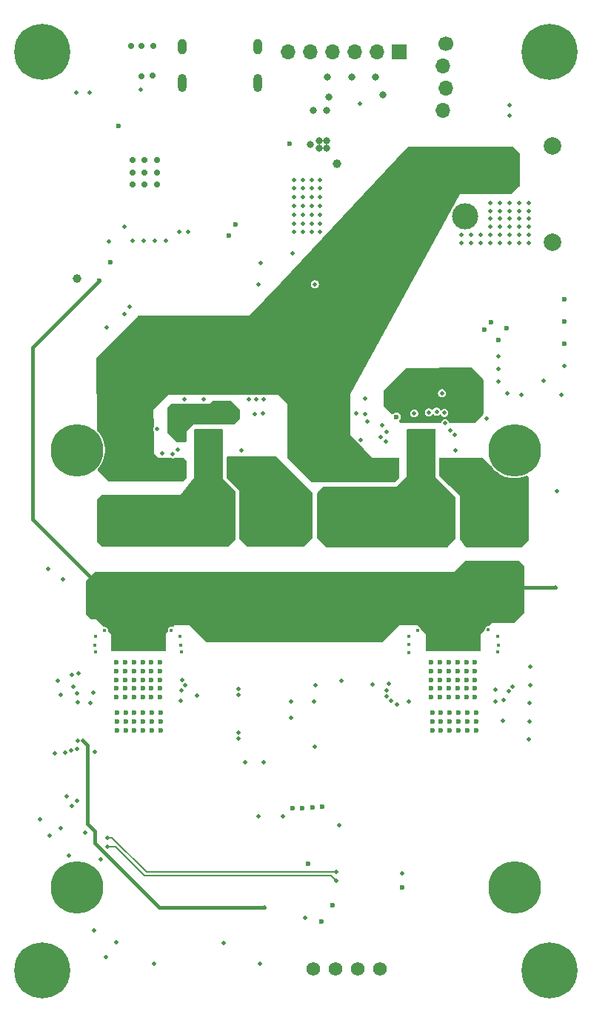
<source format=gbr>
%TF.GenerationSoftware,KiCad,Pcbnew,9.0.0*%
%TF.CreationDate,2025-03-16T23:20:56-04:00*%
%TF.ProjectId,BitaxeGT,42697461-7865-4475-942e-6b696361645f,v800*%
%TF.SameCoordinates,Original*%
%TF.FileFunction,Copper,L3,Inr*%
%TF.FilePolarity,Positive*%
%FSLAX46Y46*%
G04 Gerber Fmt 4.6, Leading zero omitted, Abs format (unit mm)*
G04 Created by KiCad (PCBNEW 9.0.0) date 2025-03-16 23:20:56*
%MOMM*%
%LPD*%
G01*
G04 APERTURE LIST*
%TA.AperFunction,ComponentPad*%
%ADD10R,1.700000X1.700000*%
%TD*%
%TA.AperFunction,ComponentPad*%
%ADD11O,1.700000X1.700000*%
%TD*%
%TA.AperFunction,ComponentPad*%
%ADD12C,3.000000*%
%TD*%
%TA.AperFunction,ComponentPad*%
%ADD13C,2.000000*%
%TD*%
%TA.AperFunction,ComponentPad*%
%ADD14C,0.800000*%
%TD*%
%TA.AperFunction,ComponentPad*%
%ADD15C,6.400000*%
%TD*%
%TA.AperFunction,ComponentPad*%
%ADD16C,1.574800*%
%TD*%
%TA.AperFunction,ComponentPad*%
%ADD17C,1.700000*%
%TD*%
%TA.AperFunction,ComponentPad*%
%ADD18C,6.000000*%
%TD*%
%TA.AperFunction,ComponentPad*%
%ADD19C,0.400000*%
%TD*%
%TA.AperFunction,ComponentPad*%
%ADD20O,1.000000X1.800000*%
%TD*%
%TA.AperFunction,ComponentPad*%
%ADD21O,1.000000X2.100000*%
%TD*%
%TA.AperFunction,ViaPad*%
%ADD22C,0.500000*%
%TD*%
%TA.AperFunction,ViaPad*%
%ADD23C,0.600000*%
%TD*%
%TA.AperFunction,ViaPad*%
%ADD24C,1.000000*%
%TD*%
%TA.AperFunction,ViaPad*%
%ADD25C,0.800000*%
%TD*%
%TA.AperFunction,ViaPad*%
%ADD26C,0.700000*%
%TD*%
%TA.AperFunction,ViaPad*%
%ADD27C,0.400000*%
%TD*%
%TA.AperFunction,Conductor*%
%ADD28C,0.400000*%
%TD*%
%TA.AperFunction,Conductor*%
%ADD29C,0.200000*%
%TD*%
G04 APERTURE END LIST*
D10*
%TO.N,/12V*%
%TO.C,J5*%
X142850000Y-41500000D03*
D11*
%TO.N,GND*%
X140310000Y-41500000D03*
%TO.N,Net-(J5-Pin_3)*%
X137770000Y-41500000D03*
%TO.N,Net-(J5-Pin_4)*%
X135230000Y-41500000D03*
%TO.N,Net-(J5-Pin_5)*%
X132690000Y-41500000D03*
%TO.N,Net-(J5-Pin_6)*%
X130150000Y-41500000D03*
%TD*%
D12*
%TO.N,/12V*%
%TO.C,J1*%
X150350000Y-55250000D03*
%TO.N,GND*%
X150350000Y-60250000D03*
D13*
%TO.N,unconnected-(J1-MNT1-Pad3)*%
X160350000Y-52250000D03*
%TO.N,unconnected-(J1-MNT2-Pad4)*%
X160350000Y-63250000D03*
%TD*%
D14*
%TO.N,GND*%
%TO.C,H4*%
X99600000Y-146500000D03*
X100302944Y-144802944D03*
X100302944Y-148197056D03*
X102000000Y-144100000D03*
D15*
X102000000Y-146500000D03*
D14*
X102000000Y-148900000D03*
X103697056Y-144802944D03*
X103697056Y-148197056D03*
X104400000Y-146500000D03*
%TD*%
D16*
%TO.N,GND*%
%TO.C,J7*%
X140620600Y-146338851D03*
%TO.N,/12V*%
X138080600Y-146338851D03*
%TO.N,/fan/FAN_TACH*%
X135540600Y-146338851D03*
%TO.N,/fan/FAN_PWM*%
X133000600Y-146338851D03*
%TD*%
D14*
%TO.N,GND*%
%TO.C,H2*%
X99600000Y-41500000D03*
X100302944Y-39802944D03*
X100302944Y-43197056D03*
X102000000Y-39100000D03*
D15*
X102000000Y-41500000D03*
D14*
X102000000Y-43900000D03*
X103697056Y-39802944D03*
X103697056Y-43197056D03*
X104400000Y-41500000D03*
%TD*%
%TO.N,GND*%
%TO.C,H3*%
X157600000Y-146500000D03*
X158302944Y-144802944D03*
X158302944Y-148197056D03*
X160000000Y-144100000D03*
D15*
X160000000Y-146500000D03*
D14*
X160000000Y-148900000D03*
X161697056Y-144802944D03*
X161697056Y-148197056D03*
X162400000Y-146500000D03*
%TD*%
D17*
%TO.N,GND*%
%TO.C,J3*%
X148200000Y-40550000D03*
D11*
%TO.N,/3V3*%
X147800000Y-43090000D03*
%TO.N,/ESP32/SCL*%
X148200000Y-45630000D03*
%TO.N,/ESP32/SDA*%
X147800000Y-48170000D03*
%TD*%
D14*
%TO.N,GND*%
%TO.C,H1*%
X157600000Y-41500000D03*
X158302944Y-39802944D03*
X158302944Y-43197056D03*
X160000000Y-39100000D03*
D15*
X160000000Y-41500000D03*
D14*
X160000000Y-43900000D03*
X161697056Y-39802944D03*
X161697056Y-43197056D03*
X162400000Y-41500000D03*
%TD*%
D18*
%TO.N,unconnected-(H6-Pad1)*%
%TO.C,H6*%
X106000000Y-87000000D03*
%TD*%
%TO.N,unconnected-(H5-Pad1)*%
%TO.C,H5*%
X156000000Y-87000000D03*
%TD*%
D19*
%TO.N,GND*%
%TO.C,U4*%
X122280000Y-88650000D03*
X122280000Y-87250000D03*
X122280000Y-85850000D03*
X121000000Y-89650000D03*
X121000000Y-88650000D03*
X121000000Y-87250000D03*
X121000000Y-85850000D03*
X121000000Y-84850000D03*
X119720000Y-88650000D03*
X119720000Y-87250000D03*
X119720000Y-85850000D03*
%TD*%
D20*
%TO.N,GND*%
%TO.C,J4*%
X118030000Y-40885000D03*
D21*
X118030000Y-45065000D03*
D20*
X126670000Y-40885000D03*
D21*
X126670000Y-45065000D03*
%TD*%
D19*
%TO.N,GND*%
%TO.C,U1*%
X146630000Y-88650000D03*
X146630000Y-87250000D03*
X146630000Y-85850000D03*
X145350000Y-89650000D03*
X145350000Y-88650000D03*
X145350000Y-87250000D03*
X145350000Y-85850000D03*
X145350000Y-84850000D03*
X144070000Y-88650000D03*
X144070000Y-87250000D03*
X144070000Y-85850000D03*
%TD*%
D18*
%TO.N,unconnected-(H8-Pad1)*%
%TO.C,H8*%
X156000000Y-137000000D03*
%TD*%
%TO.N,unconnected-(H7-Pad1)*%
%TO.C,H7*%
X106000000Y-137000000D03*
%TD*%
D22*
%TO.N,/12V*%
X154450000Y-53250000D03*
X153550000Y-55650000D03*
X144500000Y-53025000D03*
X142000000Y-89400000D03*
X144500000Y-54625000D03*
X116200000Y-88800000D03*
X116900000Y-88200000D03*
X153550000Y-53250000D03*
X147050000Y-53025000D03*
X146200000Y-56225000D03*
X147950000Y-53825000D03*
X154450000Y-54050000D03*
X136700000Y-88250000D03*
X147050000Y-53825000D03*
X152750000Y-54050000D03*
X136700000Y-87650000D03*
X146200000Y-53025000D03*
X153550000Y-54850000D03*
X146200000Y-53825000D03*
X147950000Y-53025000D03*
X140600000Y-89400000D03*
X152750000Y-56450000D03*
X136700000Y-88850000D03*
X116900000Y-90000000D03*
X145400000Y-53025000D03*
X112200000Y-87850000D03*
X136100000Y-88850000D03*
X142000000Y-88200000D03*
X142000000Y-88800000D03*
X116900000Y-88800000D03*
X140600000Y-88200000D03*
X152750000Y-54850000D03*
X112200000Y-87250000D03*
X147950000Y-56225000D03*
X112800000Y-87850000D03*
X117600000Y-89400000D03*
X147050000Y-55425000D03*
X154450000Y-55650000D03*
X112200000Y-88450000D03*
X147050000Y-56225000D03*
X146200000Y-55425000D03*
X141300000Y-88200000D03*
X112800000Y-89050000D03*
X112800000Y-87250000D03*
X155250000Y-53250000D03*
X155250000Y-54050000D03*
X117600000Y-88200000D03*
D23*
X143150000Y-136975000D03*
D22*
X136700000Y-87050000D03*
X136100000Y-88250000D03*
X116200000Y-88200000D03*
X155250000Y-54850000D03*
X145400000Y-56225000D03*
X145400000Y-55425000D03*
X155250000Y-56450000D03*
X145400000Y-54625000D03*
X136100000Y-87050000D03*
X141300000Y-89400000D03*
X141300000Y-90000000D03*
X153550000Y-56450000D03*
X152750000Y-53250000D03*
X155250000Y-55650000D03*
X153550000Y-54050000D03*
X136100000Y-87650000D03*
X144500000Y-56225000D03*
X144500000Y-53825000D03*
X116900000Y-89400000D03*
X154450000Y-54850000D03*
X154450000Y-56450000D03*
X145400000Y-53825000D03*
X144500000Y-55425000D03*
X116200000Y-89400000D03*
X141300000Y-88800000D03*
X112800000Y-88450000D03*
X140600000Y-90000000D03*
X112200000Y-89050000D03*
X147950000Y-55425000D03*
X117600000Y-88800000D03*
X117600000Y-90000000D03*
X116200000Y-90000000D03*
X140600000Y-88800000D03*
X146200000Y-54625000D03*
X147050000Y-54625000D03*
X152750000Y-55650000D03*
X147950000Y-54625000D03*
X142000000Y-90000000D03*
%TO.N,/Power/AGND1*%
X151650000Y-80300000D03*
X147700000Y-81550000D03*
D23*
X141724265Y-80724265D03*
D22*
X145500000Y-82750000D03*
D23*
%TO.N,/Vcore*%
X140200000Y-101975000D03*
X137100000Y-101975000D03*
X129800000Y-107250000D03*
X129800000Y-106450000D03*
X119800000Y-102800000D03*
X122150000Y-102100000D03*
X146380000Y-101975000D03*
X129000000Y-101900000D03*
X149500000Y-107400000D03*
X153400000Y-103550000D03*
X153400000Y-101100000D03*
X154200000Y-106000000D03*
X137800000Y-101975000D03*
X150500000Y-107400000D03*
X155000000Y-100300000D03*
X111500000Y-107400000D03*
X154200000Y-102750000D03*
X115162500Y-102800000D03*
X116850000Y-102100000D03*
X153400000Y-101950000D03*
X116850000Y-102800000D03*
X146500000Y-107400000D03*
X113500000Y-109500000D03*
X127400000Y-107250000D03*
X155000000Y-101950000D03*
X142500000Y-101975000D03*
X146380000Y-102675000D03*
X127400000Y-101900000D03*
X128200000Y-105650000D03*
X113500000Y-108500000D03*
X128200000Y-101900000D03*
X146380000Y-101275000D03*
D22*
X133950000Y-101650000D03*
D23*
X142500000Y-83200000D03*
X112862500Y-101400000D03*
X115500000Y-107400000D03*
X119100000Y-102100000D03*
X129800000Y-103450000D03*
X154200000Y-100300000D03*
X119800000Y-101400000D03*
X155000000Y-105200000D03*
X147500000Y-109500000D03*
X154200000Y-101100000D03*
X152600000Y-103550000D03*
X129800000Y-108050000D03*
X152600000Y-102750000D03*
X129800000Y-104250000D03*
X109900000Y-101400000D03*
X108575000Y-67625000D03*
X114500000Y-109500000D03*
X148500000Y-107400000D03*
X121450000Y-102800000D03*
X127400000Y-106450000D03*
X144000000Y-101275000D03*
X137100000Y-102675000D03*
X155000000Y-106000000D03*
X146500000Y-108500000D03*
X153400000Y-102750000D03*
X152600000Y-101950000D03*
X114462500Y-102800000D03*
X135500000Y-102700000D03*
X110500000Y-108500000D03*
X129000000Y-107250000D03*
X114462500Y-101400000D03*
X140200000Y-101275000D03*
X112862500Y-102800000D03*
X151500000Y-107400000D03*
X135500000Y-101300000D03*
X150500000Y-108500000D03*
X135500000Y-102000000D03*
X152600000Y-104350000D03*
X134800000Y-102000000D03*
X119800000Y-102100000D03*
X113500000Y-107400000D03*
X114462500Y-102100000D03*
X112500000Y-109500000D03*
X114500000Y-108500000D03*
X109900000Y-102100000D03*
X128200000Y-106450000D03*
X119100000Y-102800000D03*
X154200000Y-105200000D03*
X119100000Y-101400000D03*
X154200000Y-103550000D03*
X115500000Y-108500000D03*
X148500000Y-109500000D03*
X110600000Y-101400000D03*
X152600000Y-105200000D03*
X153400000Y-106000000D03*
X110500000Y-107400000D03*
X149500000Y-108500000D03*
X147500000Y-108500000D03*
X142500000Y-102675000D03*
X117550000Y-102100000D03*
X129000000Y-104250000D03*
X141800000Y-101275000D03*
X128200000Y-102650000D03*
X115162500Y-102100000D03*
X141800000Y-102675000D03*
X139500000Y-101975000D03*
X112162500Y-102800000D03*
X148500000Y-108500000D03*
X155000000Y-103550000D03*
X128200000Y-103450000D03*
X116850000Y-101400000D03*
X142500000Y-101275000D03*
X115162500Y-101400000D03*
X129800000Y-101900000D03*
X112500000Y-107400000D03*
D22*
X160700000Y-102700000D03*
D23*
X134800000Y-102700000D03*
X137100000Y-101275000D03*
X112162500Y-101400000D03*
X152600000Y-101100000D03*
X117550000Y-101400000D03*
X111500000Y-108500000D03*
X129800000Y-105650000D03*
X112862500Y-102100000D03*
X114500000Y-107400000D03*
X139500000Y-102675000D03*
X154200000Y-101950000D03*
X144000000Y-102675000D03*
X110500000Y-109500000D03*
X147080000Y-102675000D03*
X121450000Y-102100000D03*
X117550000Y-102800000D03*
X129000000Y-105650000D03*
X128200000Y-108050000D03*
X127400000Y-103450000D03*
X129800000Y-102650000D03*
X147080000Y-101975000D03*
X153400000Y-104350000D03*
X151500000Y-109500000D03*
X127400000Y-105650000D03*
X121450000Y-101400000D03*
X112500000Y-108500000D03*
X134800000Y-101300000D03*
X155000000Y-102750000D03*
X147080000Y-101275000D03*
X137800000Y-101275000D03*
X140200000Y-102675000D03*
X141800000Y-101975000D03*
X153400000Y-100300000D03*
X152600000Y-106000000D03*
X137800000Y-102675000D03*
X144700000Y-101275000D03*
X153400000Y-105200000D03*
X110600000Y-102100000D03*
X144000000Y-101975000D03*
X129000000Y-103450000D03*
X122150000Y-101400000D03*
X109900000Y-102800000D03*
X129000000Y-106450000D03*
X151500000Y-108500000D03*
X144700000Y-101975000D03*
X152600000Y-100300000D03*
X110600000Y-102800000D03*
X115500000Y-109500000D03*
X147500000Y-107400000D03*
X144700000Y-102675000D03*
X154200000Y-104350000D03*
X128200000Y-107250000D03*
X139500000Y-101275000D03*
X155000000Y-104350000D03*
X129000000Y-102650000D03*
X146500000Y-109500000D03*
X129000000Y-108050000D03*
X127400000Y-104250000D03*
X111500000Y-109500000D03*
X150500000Y-109500000D03*
X127400000Y-102650000D03*
X122150000Y-102800000D03*
X112162500Y-102100000D03*
X149500000Y-109500000D03*
X127400000Y-108050000D03*
X155000000Y-101100000D03*
X128200000Y-104250000D03*
D22*
%TO.N,/Power/VSHARE*%
X120450000Y-81200000D03*
X144550000Y-82800000D03*
%TO.N,/Power/EN_UVLO*%
X117500000Y-86950000D03*
X137900000Y-82800000D03*
%TO.N,/5V*%
X106650000Y-120200000D03*
X106050000Y-120200000D03*
D24*
X135700000Y-54250000D03*
D22*
X127450000Y-139300000D03*
X125200000Y-122700000D03*
%TO.N,/ASIC/1V2*%
X102700000Y-100600000D03*
X127300000Y-122700000D03*
X130450000Y-117600000D03*
X102880000Y-131080000D03*
X117825000Y-115625000D03*
X143950000Y-115750000D03*
%TO.N,/ASIC/0V8*%
X142600000Y-116050000D03*
X130450000Y-115762500D03*
X119750000Y-115050000D03*
D25*
%TO.N,/3V3*%
X133650000Y-52500000D03*
X134550000Y-52500000D03*
X134550000Y-51650000D03*
D22*
X104100000Y-130200000D03*
D25*
X132700000Y-52050000D03*
D22*
X127000000Y-65600000D03*
D26*
X114700000Y-40800000D03*
D22*
X108700000Y-133750000D03*
X138350000Y-47400000D03*
D23*
X130300000Y-52025000D03*
D22*
X107425000Y-46150000D03*
X126700000Y-68100000D03*
D25*
X133650000Y-51650000D03*
D22*
X126700000Y-128850000D03*
%TO.N,/Power/PGOOD*%
X130600000Y-64500000D03*
X148062500Y-83900000D03*
D23*
%TO.N,/fan/FAN_TACH*%
X135200000Y-139000000D03*
D22*
%TO.N,/ASIC/TEMP1_P*%
X118328858Y-113867944D03*
D23*
X131700000Y-127890000D03*
D22*
%TO.N,/ASIC/TEMP1_N*%
X118000000Y-113250000D03*
D23*
X130650000Y-127890000D03*
%TO.N,/ASIC/TEMP2_P*%
X134000000Y-127800000D03*
D22*
X155355635Y-114550000D03*
D23*
%TO.N,/ASIC/TEMP2_N*%
X132950000Y-127880000D03*
D22*
X155820645Y-114026770D03*
D23*
%TO.N,/fan/FAN_PWM*%
X133950000Y-140900000D03*
D22*
%TO.N,/Power/BCX_DAT*%
X127291727Y-81200000D03*
X159300000Y-79100000D03*
X148000000Y-82750000D03*
%TO.N,/Power/BCX_CLK*%
X156800000Y-80700000D03*
X147100735Y-82600735D03*
X126500000Y-81200000D03*
%TO.N,/Power/SYNC*%
X125600000Y-81200000D03*
X146203957Y-82697514D03*
X161400000Y-80700000D03*
%TO.N,/ESP32/SDA*%
X109500000Y-131300000D03*
X111400000Y-71500000D03*
D23*
X124100000Y-61190000D03*
D22*
X135650000Y-135250000D03*
D23*
%TO.N,/ESP32/SCL*%
X123320000Y-62465000D03*
D22*
X112000000Y-70600000D03*
X109500000Y-132300000D03*
X135600000Y-136200000D03*
%TO.N,/ASIC/RX_1V2*%
X106000000Y-121200000D03*
%TO.N,/ASIC/CLKI*%
X106200000Y-112550000D03*
%TO.N,/ASIC/BI*%
X105420352Y-112700799D03*
%TO.N,/ASIC/RST_1V2*%
X104675382Y-121611508D03*
%TO.N,/ASIC/TX_1V2*%
X105309522Y-121315080D03*
%TO.N,/ASIC/RST_3V3*%
X109400000Y-73000000D03*
X104800000Y-126550000D03*
%TO.N,/ASIC/TX_3V3*%
X117700000Y-62100000D03*
X105400000Y-127700000D03*
%TO.N,Net-(U4-AVIN)*%
X116950000Y-87500000D03*
X115150000Y-84600000D03*
D27*
%TO.N,Net-(U9-VDD1_0)*%
X108025000Y-109275000D03*
%TO.N,Net-(U9-VDD2_0)*%
X108125000Y-108255000D03*
%TO.N,Net-(U9-VDD3_0)*%
X109150000Y-107630000D03*
D22*
%TO.N,Net-(U9-LITE_PAD)*%
X105550000Y-114050000D03*
%TO.N,Net-(U9-ROSC_SEL)*%
X104100000Y-114950000D03*
%TO.N,Net-(U9-INV_CLKO)*%
X106000000Y-114850000D03*
D23*
%TO.N,/Power/SW1*%
X154200000Y-93900000D03*
X153500000Y-91800000D03*
X154900000Y-93200000D03*
X152800000Y-91800000D03*
X152800000Y-92500000D03*
X154900000Y-92500000D03*
X154900000Y-94600000D03*
X154200000Y-95300000D03*
X152800000Y-93900000D03*
X153500000Y-95300000D03*
X154200000Y-92500000D03*
X148700000Y-89800000D03*
X154900000Y-95300000D03*
X148700000Y-88250000D03*
X152800000Y-96700000D03*
X154200000Y-93200000D03*
X153500000Y-94600000D03*
X153500000Y-93200000D03*
X150500000Y-88600000D03*
X153500000Y-92500000D03*
X153500000Y-96000000D03*
X154900000Y-96700000D03*
X150200000Y-89200000D03*
X148700000Y-89000000D03*
X153500000Y-93900000D03*
X154200000Y-94600000D03*
X148700000Y-90600000D03*
X154200000Y-96700000D03*
X152075000Y-88425000D03*
X154200000Y-91800000D03*
X152800000Y-95300000D03*
X151275000Y-88425000D03*
X153500000Y-96700000D03*
X154900000Y-96000000D03*
X154200000Y-96000000D03*
X154900000Y-93900000D03*
X152800000Y-93200000D03*
X149800000Y-88600000D03*
X152800000Y-96000000D03*
X152800000Y-94600000D03*
X154900000Y-91800000D03*
D22*
%TO.N,Net-(U1-AVIN)*%
X138425000Y-85825000D03*
X138900000Y-82900000D03*
D23*
%TO.N,/Power/SW2*%
X127400000Y-94600000D03*
X129000000Y-93200000D03*
X125700000Y-88400000D03*
X124300000Y-89700000D03*
X129000000Y-95400000D03*
X126400000Y-88400000D03*
X128200000Y-91700000D03*
X128200000Y-92500000D03*
X129000000Y-94600000D03*
X128200000Y-93200000D03*
X129750000Y-95400000D03*
X129000000Y-91700000D03*
X124300000Y-90500000D03*
X129000000Y-93900000D03*
X127400000Y-96200000D03*
X129750000Y-91700000D03*
X129750000Y-90900000D03*
X129750000Y-92500000D03*
X129000000Y-90900000D03*
X129750000Y-93200000D03*
X129750000Y-93900000D03*
X127350000Y-88975000D03*
X127400000Y-91700000D03*
X124300000Y-88900000D03*
X128200000Y-94600000D03*
X128100000Y-88975000D03*
X124300000Y-88200000D03*
X129750000Y-94600000D03*
X129000000Y-96200000D03*
X127400000Y-95400000D03*
X128200000Y-90900000D03*
X128200000Y-93900000D03*
X129000000Y-92500000D03*
X127400000Y-92500000D03*
X127400000Y-93200000D03*
X128200000Y-95400000D03*
X128200000Y-96200000D03*
X126000000Y-89000000D03*
X129750000Y-96200000D03*
X127400000Y-90900000D03*
X127400000Y-93900000D03*
D27*
%TO.N,Net-(U10-VDD3_0)*%
X144940000Y-107570000D03*
X116770000Y-107580000D03*
%TO.N,Net-(U10-VDD2_0)*%
X143925000Y-108280000D03*
X117750000Y-108280000D03*
%TO.N,Net-(U10-VDD1_0)*%
X117850000Y-109325000D03*
X143925000Y-109220000D03*
%TO.N,Net-(U10-VDD3_1)*%
X153010000Y-107540000D03*
%TO.N,Net-(U10-VDD2_1)*%
X154050000Y-108255000D03*
%TO.N,Net-(U10-VDD1_1)*%
X154150000Y-109300000D03*
D22*
%TO.N,/ASIC/0V8_1*%
X106050000Y-115800000D03*
%TO.N,/ASIC/1V2_1*%
X107550000Y-115900000D03*
%TO.N,/ASIC/1V2_2*%
X153797182Y-115702818D03*
%TO.N,/ASIC/0V8_2*%
X154800000Y-115550000D03*
%TO.N,Net-(J5-Pin_3)*%
X116150000Y-63100000D03*
%TO.N,Net-(J5-Pin_4)*%
X114900000Y-63050000D03*
%TO.N,Net-(J5-Pin_5)*%
X113650000Y-63050000D03*
%TO.N,Net-(J5-Pin_6)*%
X112360000Y-63060000D03*
%TO.N,Net-(U1-MSEL1)*%
X140900000Y-84200000D03*
X154150000Y-79150000D03*
%TO.N,Net-(U1-MSEL2)*%
X154150000Y-76300000D03*
X141300000Y-86050000D03*
%TO.N,Net-(U1-VSEL)*%
X140750000Y-85500000D03*
X154150000Y-77700000D03*
%TO.N,Net-(U10-LITE_PAD)*%
X141400000Y-114450000D03*
%TO.N,Net-(U1-ADRSEL)*%
X155150000Y-80550000D03*
X141350000Y-84950000D03*
%TO.N,Net-(U10-NRSTO)*%
X157800000Y-111800000D03*
%TO.N,Net-(U10-ROSC_SEL)*%
X141650000Y-113750000D03*
%TO.N,Net-(U10-INV_CLKO)*%
X141350000Y-115150000D03*
%TO.N,Net-(U10-BI)*%
X136200000Y-113350000D03*
%TO.N,Net-(U10-RI)*%
X157700000Y-115900000D03*
%TO.N,/Power/SCL_VR*%
X149196443Y-85250000D03*
D23*
X154200000Y-74400000D03*
D22*
X155400000Y-47600000D03*
D23*
X152600000Y-73200000D03*
X161700000Y-74850000D03*
D22*
%TO.N,/Power/ALRT_VR*%
X149246091Y-86996091D03*
D23*
X155100000Y-73100000D03*
X161700000Y-69800000D03*
D22*
X133200000Y-68050000D03*
D23*
%TO.N,/Power/SDA_VR*%
X161700000Y-72325000D03*
D22*
X155400000Y-48800000D03*
X148677803Y-84779880D03*
D23*
X153300000Y-72400000D03*
D22*
%TO.N,GND*%
X133200000Y-120900000D03*
D23*
X149500000Y-112250000D03*
D22*
X109300000Y-144950000D03*
D23*
X114500000Y-112250000D03*
X147500000Y-112250000D03*
D22*
X141375000Y-92625000D03*
X137800000Y-97575000D03*
X131800000Y-60100000D03*
X114562500Y-96400000D03*
X105875000Y-46150000D03*
X144100000Y-96975000D03*
D23*
X112550000Y-119000000D03*
D22*
X122050000Y-96400000D03*
D23*
X114500000Y-111250000D03*
D22*
X157675000Y-62400000D03*
D25*
X140100000Y-44400000D03*
D22*
X121450000Y-97600000D03*
D23*
X148600000Y-117050000D03*
D22*
X117650000Y-93000000D03*
D23*
X149600000Y-118050000D03*
D22*
X116850000Y-96400000D03*
D23*
X112500000Y-112250000D03*
D22*
X117940000Y-114450000D03*
X142400000Y-97575000D03*
X131800000Y-58100000D03*
D23*
X147600000Y-117050000D03*
D22*
X155450000Y-58750000D03*
X130800000Y-58100000D03*
X154700000Y-117900000D03*
D23*
X110500000Y-113250000D03*
D22*
X132800000Y-58100000D03*
X132800000Y-57100000D03*
D23*
X146500000Y-113250000D03*
X148500000Y-115250000D03*
D22*
X115525000Y-93025000D03*
X141800000Y-97575000D03*
D26*
X115130000Y-53850000D03*
D22*
X137200000Y-96375000D03*
D23*
X110500000Y-114250000D03*
X114500000Y-115250000D03*
D22*
X146980000Y-96975000D03*
X130800000Y-56100000D03*
D25*
X134550000Y-48200000D03*
D23*
X110550000Y-118000000D03*
D22*
X156550000Y-63300000D03*
D23*
X111550000Y-118000000D03*
D22*
X119200000Y-97600000D03*
D26*
X112330000Y-56650000D03*
D22*
X135980000Y-129890000D03*
X154350000Y-58750000D03*
X117450000Y-97000000D03*
X112862500Y-97000000D03*
X117650000Y-92450000D03*
D23*
X114550000Y-119000000D03*
X150500000Y-112250000D03*
D22*
X116850000Y-97000000D03*
X142400000Y-96375000D03*
X142400000Y-96975000D03*
D23*
X149500000Y-114250000D03*
D22*
X132800000Y-60100000D03*
D23*
X115500000Y-111250000D03*
D22*
X133800000Y-59100000D03*
X119200000Y-97000000D03*
X112800000Y-95300000D03*
D23*
X115500000Y-112250000D03*
D22*
X140100000Y-96975000D03*
X149950000Y-63300000D03*
X105080000Y-133380000D03*
X119800000Y-97600000D03*
D23*
X146600000Y-119050000D03*
D22*
X136000000Y-93900000D03*
X133800000Y-56100000D03*
X135500000Y-97000000D03*
D23*
X112500000Y-114250000D03*
D22*
X136000000Y-93300000D03*
X112200000Y-94100000D03*
D23*
X151500000Y-111250000D03*
D22*
X153250000Y-63300000D03*
X146380000Y-96975000D03*
D23*
X151600000Y-118050000D03*
D22*
X121450000Y-96400000D03*
X153250000Y-59650000D03*
X124450000Y-119950000D03*
X109900000Y-97000000D03*
X112200000Y-95300000D03*
D23*
X150600000Y-117050000D03*
D22*
X106900000Y-130700000D03*
X119800000Y-96400000D03*
X132800000Y-56100000D03*
X153250000Y-62400000D03*
X157675000Y-60550000D03*
X141902545Y-115690356D03*
X112800000Y-94100000D03*
X156550000Y-61450000D03*
X124450000Y-114300000D03*
X154350000Y-63300000D03*
X116850000Y-97600000D03*
X137200000Y-97575000D03*
X114562500Y-97000000D03*
X160900000Y-91700000D03*
X112800000Y-93500000D03*
X132800000Y-61100000D03*
D23*
X146500000Y-112250000D03*
D22*
X140475000Y-92675000D03*
D23*
X110500000Y-115250000D03*
D26*
X115130000Y-56650000D03*
D22*
X117450000Y-96400000D03*
X124450000Y-119300000D03*
X133800000Y-60100000D03*
D27*
X143925000Y-110175000D03*
D22*
X157675000Y-58750000D03*
X131800000Y-62100000D03*
X135500000Y-96400000D03*
D23*
X115500000Y-115250000D03*
D26*
X113730000Y-55250000D03*
D22*
X130800000Y-57100000D03*
X138950000Y-81100000D03*
X112200000Y-93500000D03*
X115162500Y-97000000D03*
D23*
X111500000Y-112250000D03*
D22*
X117050000Y-93000000D03*
X139740000Y-113760000D03*
D26*
X113730000Y-53850000D03*
D22*
X132080000Y-140500000D03*
X110500000Y-97600000D03*
D23*
X112500000Y-113250000D03*
D22*
X136000000Y-95100000D03*
X147700000Y-80500000D03*
D23*
X150600000Y-118050000D03*
D22*
X157675000Y-61450000D03*
D23*
X151600000Y-117050000D03*
D22*
X133800000Y-58100000D03*
D23*
X151600000Y-119050000D03*
D22*
X140100000Y-97575000D03*
X153250000Y-61450000D03*
D23*
X146500000Y-114250000D03*
X115500000Y-113250000D03*
D22*
X130800000Y-59100000D03*
X130800000Y-61100000D03*
X136000000Y-94500000D03*
D23*
X147500000Y-115250000D03*
D22*
X116125000Y-93025000D03*
D23*
X115550000Y-118000000D03*
D26*
X113400000Y-40800000D03*
D23*
X148500000Y-114250000D03*
D22*
X157675000Y-63300000D03*
D23*
X147600000Y-119050000D03*
D22*
X112862500Y-96400000D03*
D23*
X113550000Y-117000000D03*
D22*
X151050000Y-62400000D03*
D23*
X150500000Y-111250000D03*
X147500000Y-113250000D03*
D24*
X106000000Y-67400000D03*
D23*
X110550000Y-119000000D03*
D22*
X153250000Y-58750000D03*
X119800000Y-97000000D03*
D23*
X115500000Y-114250000D03*
X150500000Y-114250000D03*
D22*
X149950000Y-62400000D03*
D23*
X110500000Y-112250000D03*
D22*
X135500000Y-97600000D03*
X117050000Y-92450000D03*
X114760000Y-145740000D03*
X132800000Y-59100000D03*
X153803248Y-114396752D03*
D23*
X148500000Y-113250000D03*
D22*
X139500000Y-96975000D03*
D23*
X113500000Y-114250000D03*
D25*
X132975000Y-48175000D03*
X137400000Y-44400000D03*
D22*
X141975000Y-92625000D03*
X115750000Y-87400000D03*
X136600000Y-94500000D03*
X141975000Y-93175000D03*
D26*
X113730000Y-56650000D03*
D22*
X144100000Y-97575000D03*
D23*
X111500000Y-113250000D03*
D22*
X116125000Y-92475000D03*
D23*
X114500000Y-113250000D03*
D22*
X110500000Y-97000000D03*
X144700000Y-96975000D03*
X155450000Y-61450000D03*
D23*
X149500000Y-113250000D03*
X111500000Y-111250000D03*
D22*
X115525000Y-92475000D03*
D23*
X113550000Y-118000000D03*
D27*
X117900000Y-110070000D03*
D22*
X131800000Y-61100000D03*
X104350000Y-101750000D03*
D23*
X149500000Y-115250000D03*
D22*
X137800000Y-96375000D03*
X141800000Y-96975000D03*
X103790000Y-113400000D03*
X151050000Y-63300000D03*
X140100000Y-96375000D03*
X107850000Y-114750000D03*
X126900000Y-145690000D03*
X156550000Y-59650000D03*
X110500000Y-96400000D03*
X131800000Y-56100000D03*
X156550000Y-62400000D03*
D23*
X149600000Y-119050000D03*
D22*
X140475000Y-93225000D03*
X155450000Y-62400000D03*
D27*
X108125000Y-110075000D03*
D23*
X111550000Y-119000000D03*
D22*
X122050000Y-97600000D03*
D23*
X115550000Y-119000000D03*
X150500000Y-115250000D03*
D22*
X144700000Y-96375000D03*
X130800000Y-60100000D03*
D23*
X113500000Y-112250000D03*
X148600000Y-118050000D03*
D25*
X140975000Y-46375000D03*
D22*
X155450000Y-60550000D03*
D23*
X110500000Y-111250000D03*
D22*
X136600000Y-95100000D03*
D23*
X146600000Y-117050000D03*
D22*
X139875000Y-92675000D03*
X124450000Y-114950000D03*
X154350000Y-59650000D03*
X136600000Y-93300000D03*
D23*
X115550000Y-117000000D03*
D26*
X115130000Y-55250000D03*
D23*
X114500000Y-114250000D03*
X112500000Y-111250000D03*
X113500000Y-111250000D03*
D22*
X146980000Y-97575000D03*
X134900000Y-96400000D03*
D23*
X148500000Y-111250000D03*
X149600000Y-117050000D03*
D22*
X141375000Y-93175000D03*
X129500000Y-128840000D03*
D23*
X113550000Y-119000000D03*
X147500000Y-111250000D03*
D22*
X112800000Y-94700000D03*
X133050000Y-115750000D03*
D23*
X151500000Y-113250000D03*
D22*
X156550000Y-58750000D03*
D23*
X147500000Y-114250000D03*
X112550000Y-117000000D03*
D26*
X112330000Y-53850000D03*
D23*
X148500000Y-112250000D03*
X151500000Y-112250000D03*
D22*
X134900000Y-97000000D03*
X115162500Y-97600000D03*
X112262500Y-97000000D03*
D23*
X112550000Y-118000000D03*
D22*
X155450000Y-63300000D03*
D23*
X148600000Y-119050000D03*
D22*
X154350000Y-60550000D03*
X144700000Y-97575000D03*
X112262500Y-97600000D03*
X139200000Y-83700000D03*
X132800000Y-62100000D03*
X152150000Y-62400000D03*
X154350000Y-61450000D03*
X112200000Y-94700000D03*
X114562500Y-97600000D03*
X131800000Y-57100000D03*
X133800000Y-62100000D03*
X121450000Y-97000000D03*
X153250000Y-60550000D03*
X133800000Y-57100000D03*
X144100000Y-96375000D03*
X103450000Y-121650000D03*
X130800000Y-62100000D03*
X152825000Y-83425000D03*
X143150000Y-135425000D03*
X155450000Y-59650000D03*
X109900000Y-96400000D03*
D25*
X134600000Y-44375000D03*
D23*
X151500000Y-114250000D03*
D22*
X146380000Y-96375000D03*
X154350000Y-62400000D03*
X133250000Y-113850000D03*
X136600000Y-93900000D03*
D23*
X146500000Y-115250000D03*
D22*
X101800000Y-129200000D03*
X156550000Y-60550000D03*
D23*
X146500000Y-111250000D03*
D27*
X154050000Y-110055000D03*
D23*
X114550000Y-118000000D03*
X150500000Y-113250000D03*
D22*
X137800000Y-96975000D03*
D23*
X110550000Y-117000000D03*
X112500000Y-115250000D03*
X111550000Y-117000000D03*
X113500000Y-113250000D03*
D22*
X139875000Y-93225000D03*
X122050000Y-97000000D03*
X146980000Y-96375000D03*
X119200000Y-96400000D03*
X161700000Y-77400000D03*
D23*
X111500000Y-114250000D03*
D22*
X109900000Y-97600000D03*
X112262500Y-96400000D03*
X146380000Y-97575000D03*
D23*
X113500000Y-115250000D03*
D22*
X152150000Y-63300000D03*
X141800000Y-96375000D03*
X139500000Y-96375000D03*
D23*
X147600000Y-118050000D03*
D26*
X112330000Y-55250000D03*
D22*
X134900000Y-97600000D03*
X157675000Y-59650000D03*
D23*
X151500000Y-115250000D03*
X132425000Y-134275000D03*
X149500000Y-111250000D03*
D22*
X137200000Y-96975000D03*
D25*
X134775000Y-46650000D03*
D22*
X117450000Y-97600000D03*
X108000000Y-121500000D03*
X131800000Y-59100000D03*
X127250000Y-82800000D03*
D23*
X150600000Y-119050000D03*
X114550000Y-117000000D03*
D22*
X112862500Y-97600000D03*
D23*
X146600000Y-118050000D03*
D22*
X115162500Y-96400000D03*
X139500000Y-97575000D03*
X133800000Y-61100000D03*
D23*
X111500000Y-115250000D03*
D22*
%TO.N,/Power/BP1v5_2*%
X126327817Y-82850000D03*
X118300000Y-81200000D03*
%TO.N,Net-(U10-BO)*%
X157650000Y-120050000D03*
%TO.N,Net-(U10-CLKO)*%
X157750000Y-118000000D03*
%TO.N,Net-(U10-CO)*%
X157800000Y-113850000D03*
%TO.N,/ESP32/EN*%
X107925000Y-141875000D03*
D23*
X110700000Y-49984314D03*
D22*
X110500000Y-143250000D03*
D26*
X114670000Y-44200000D03*
D23*
%TO.N,/ESP32/P_TX*%
X109820000Y-65500000D03*
D26*
X113400000Y-44250000D03*
D22*
%TO.N,/ESP32/IO0*%
X122800000Y-143350000D03*
D26*
X112150000Y-40800000D03*
D22*
X111400000Y-61450000D03*
%TO.N,/ESP32/P_RX*%
X113300000Y-45800000D03*
X109600000Y-63200000D03*
%TO.N,/ASIC/RX_3V3*%
X118710000Y-62090000D03*
X106000000Y-127100000D03*
%TO.N,/Power/AGND2*%
X122200000Y-81650000D03*
X117650000Y-83100000D03*
X124750000Y-87000000D03*
X124100000Y-83100000D03*
X117500000Y-85700000D03*
%TD*%
D28*
%TO.N,/Vcore*%
X100900000Y-75300000D02*
X100900000Y-94900000D01*
X100900000Y-94900000D02*
X108100000Y-102100000D01*
X160700000Y-102700000D02*
X155050000Y-102700000D01*
X108575000Y-67625000D02*
X100900000Y-75300000D01*
D29*
X155050000Y-102700000D02*
X155000000Y-102750000D01*
D28*
%TO.N,/5V*%
X107200000Y-129700000D02*
X108050000Y-130550000D01*
X106650000Y-120200000D02*
X107200000Y-120750000D01*
X108050000Y-131950000D02*
X115400000Y-139300000D01*
X115400000Y-139300000D02*
X127450000Y-139300000D01*
X108050000Y-130550000D02*
X108050000Y-131950000D01*
X107200000Y-120750000D02*
X107200000Y-129700000D01*
D29*
%TO.N,/ESP32/SDA*%
X113950000Y-135250000D02*
X110000000Y-131300000D01*
X135650000Y-135250000D02*
X113950000Y-135250000D01*
X110000000Y-131300000D02*
X109500000Y-131300000D01*
%TO.N,/ESP32/SCL*%
X135051000Y-135651000D02*
X114116100Y-135651000D01*
X113700000Y-135600000D02*
X110400000Y-132300000D01*
X114116100Y-135651000D02*
X113783900Y-135651000D01*
X135600000Y-136200000D02*
X135051000Y-135651000D01*
X110400000Y-132300000D02*
X109500000Y-132300000D01*
X113732900Y-135600000D02*
X113700000Y-135600000D01*
X113783900Y-135651000D02*
X113732900Y-135600000D01*
%TD*%
%TA.AperFunction,Conductor*%
%TO.N,GND*%
G36*
X146943039Y-84594685D02*
G01*
X146988794Y-84647489D01*
X147000000Y-84699000D01*
X147000000Y-90169566D01*
X149261712Y-92332943D01*
X149296551Y-92393506D01*
X149300000Y-92422550D01*
X149300000Y-97052416D01*
X149280315Y-97119455D01*
X149268170Y-97135366D01*
X148436942Y-98058953D01*
X148377465Y-98095613D01*
X148344775Y-98100000D01*
X134551362Y-98100000D01*
X134484323Y-98080315D01*
X134463681Y-98063681D01*
X133486319Y-97086319D01*
X133452834Y-97024996D01*
X133450000Y-96998638D01*
X133450000Y-91920300D01*
X133469685Y-91853261D01*
X133483345Y-91835698D01*
X134039895Y-91239392D01*
X134100028Y-91203814D01*
X134130546Y-91200000D01*
X142500000Y-91200000D01*
X143700000Y-90000000D01*
X143700000Y-84699000D01*
X143719685Y-84631961D01*
X143772489Y-84586206D01*
X143824000Y-84575000D01*
X146876000Y-84575000D01*
X146943039Y-84594685D01*
G37*
%TD.AperFunction*%
%TD*%
%TA.AperFunction,Conductor*%
%TO.N,/Power/SW1*%
G36*
X152365677Y-87869685D02*
G01*
X152386319Y-87886319D01*
X153350000Y-88850000D01*
X153368040Y-88857504D01*
X153417364Y-88894681D01*
X153609811Y-89136002D01*
X153609812Y-89136003D01*
X153863997Y-89390188D01*
X154145044Y-89614315D01*
X154449418Y-89805566D01*
X154773292Y-89961536D01*
X155028119Y-90050703D01*
X155112580Y-90080258D01*
X155112592Y-90080262D01*
X155463052Y-90160252D01*
X155820260Y-90200499D01*
X155820261Y-90200500D01*
X155820264Y-90200500D01*
X156179739Y-90200500D01*
X156179739Y-90200499D01*
X156536948Y-90160252D01*
X156887408Y-90080262D01*
X157226708Y-89961536D01*
X157320013Y-89916602D01*
X157343645Y-89912711D01*
X157366168Y-89904559D01*
X157377492Y-89907137D01*
X157388951Y-89905251D01*
X157410936Y-89914754D01*
X157434293Y-89920073D01*
X157448697Y-89931076D01*
X157453086Y-89932973D01*
X157462338Y-89941495D01*
X157614530Y-90096673D01*
X157647417Y-90158317D01*
X157650000Y-90183497D01*
X157650000Y-97208209D01*
X157630315Y-97275248D01*
X157613191Y-97296378D01*
X156786233Y-98114169D01*
X156724724Y-98147311D01*
X156699042Y-98150000D01*
X150514561Y-98150000D01*
X150447522Y-98130315D01*
X150412976Y-98097109D01*
X149772415Y-97182021D01*
X149750097Y-97115812D01*
X149750000Y-97110912D01*
X149750000Y-92223195D01*
X147413687Y-90008253D01*
X147378580Y-89947845D01*
X147375000Y-89918266D01*
X147375000Y-87974000D01*
X147394685Y-87906961D01*
X147447489Y-87861206D01*
X147499000Y-87850000D01*
X152298638Y-87850000D01*
X152365677Y-87869685D01*
G37*
%TD.AperFunction*%
%TD*%
%TA.AperFunction,Conductor*%
%TO.N,/Power/SW2*%
G36*
X128865405Y-87769685D02*
G01*
X128886373Y-87786646D01*
X132864009Y-91794174D01*
X132897264Y-91855621D01*
X132900000Y-91881525D01*
X132900000Y-97028982D01*
X132880315Y-97096021D01*
X132866296Y-97113968D01*
X132022037Y-98010986D01*
X131961757Y-98046312D01*
X131931741Y-98050000D01*
X125453450Y-98050000D01*
X125386411Y-98030315D01*
X125363300Y-98011141D01*
X124583850Y-97185841D01*
X124552130Y-97123587D01*
X124550000Y-97100700D01*
X124550000Y-91625000D01*
X123134845Y-90161046D01*
X123102404Y-90099164D01*
X123100000Y-90074863D01*
X123100000Y-87874000D01*
X123119685Y-87806961D01*
X123172489Y-87761206D01*
X123224000Y-87750000D01*
X128798366Y-87750000D01*
X128865405Y-87769685D01*
G37*
%TD.AperFunction*%
%TD*%
%TA.AperFunction,Conductor*%
%TO.N,GND*%
G36*
X122593039Y-84594685D02*
G01*
X122638794Y-84647489D01*
X122650000Y-84699000D01*
X122650000Y-90239998D01*
X124116463Y-91804225D01*
X124147953Y-91866596D01*
X124150000Y-91889034D01*
X124150000Y-97150824D01*
X124130315Y-97217863D01*
X124116297Y-97235809D01*
X123386720Y-98010985D01*
X123326439Y-98046312D01*
X123296423Y-98050000D01*
X108995655Y-98050000D01*
X108928616Y-98030315D01*
X108915245Y-98020394D01*
X108318590Y-97512132D01*
X108280322Y-97453675D01*
X108275000Y-97417738D01*
X108275000Y-92700548D01*
X108294685Y-92633509D01*
X108310335Y-92613861D01*
X108788451Y-92124878D01*
X108849391Y-92090710D01*
X108877274Y-92087572D01*
X117800000Y-92100000D01*
X117807385Y-92090710D01*
X118063830Y-91768084D01*
X119350000Y-90150000D01*
X119350000Y-84699000D01*
X119369685Y-84631961D01*
X119422489Y-84586206D01*
X119474000Y-84575000D01*
X122526000Y-84575000D01*
X122593039Y-84594685D01*
G37*
%TD.AperFunction*%
%TD*%
%TA.AperFunction,Conductor*%
%TO.N,/Vcore*%
G36*
X156517041Y-99669685D02*
G01*
X156536013Y-99684679D01*
X157137013Y-100263420D01*
X157171647Y-100324099D01*
X157175000Y-100352738D01*
X157175000Y-105547855D01*
X157155315Y-105614894D01*
X157137733Y-105636474D01*
X156036150Y-106714619D01*
X155974471Y-106747443D01*
X155949417Y-106750000D01*
X153399999Y-106750000D01*
X153046819Y-107103181D01*
X152985496Y-107136666D01*
X152959138Y-107139500D01*
X152957273Y-107139500D01*
X152855413Y-107166793D01*
X152855410Y-107166794D01*
X152764085Y-107219521D01*
X152689521Y-107294085D01*
X152636794Y-107385410D01*
X152636793Y-107385413D01*
X152609500Y-107487273D01*
X152609500Y-107489138D01*
X152609055Y-107490652D01*
X152608439Y-107495333D01*
X152607709Y-107495236D01*
X152589815Y-107556177D01*
X152573181Y-107576819D01*
X152150000Y-107999999D01*
X152150000Y-109851000D01*
X152130315Y-109918039D01*
X152077511Y-109963794D01*
X152026000Y-109975000D01*
X145974000Y-109975000D01*
X145906961Y-109955315D01*
X145861206Y-109902511D01*
X145850000Y-109851000D01*
X145850000Y-108000000D01*
X145354195Y-107504195D01*
X145322101Y-107448606D01*
X145313208Y-107415414D01*
X145266252Y-107334085D01*
X145260480Y-107324087D01*
X145185913Y-107249520D01*
X145094587Y-107196793D01*
X145094585Y-107196792D01*
X145094584Y-107196792D01*
X145061389Y-107187897D01*
X145005804Y-107155804D01*
X144900000Y-107050000D01*
X142850000Y-107050000D01*
X142849999Y-107050000D01*
X140986319Y-108913681D01*
X140924996Y-108947166D01*
X140898638Y-108950000D01*
X120801362Y-108950000D01*
X120734323Y-108930315D01*
X120713681Y-108913681D01*
X118850000Y-107050000D01*
X117100000Y-107050000D01*
X117046819Y-107103181D01*
X116989893Y-107160106D01*
X116928569Y-107193590D01*
X116870121Y-107192199D01*
X116822727Y-107179500D01*
X116717273Y-107179500D01*
X116615413Y-107206793D01*
X116615410Y-107206794D01*
X116524085Y-107259521D01*
X116449521Y-107334085D01*
X116396794Y-107425410D01*
X116396793Y-107425413D01*
X116369500Y-107527273D01*
X116369500Y-107632727D01*
X116380960Y-107675496D01*
X116382199Y-107680120D01*
X116380536Y-107749970D01*
X116350105Y-107799894D01*
X116150000Y-107999999D01*
X116150000Y-109876000D01*
X116130315Y-109943039D01*
X116077511Y-109988794D01*
X116026000Y-110000000D01*
X109974000Y-110000000D01*
X109906961Y-109980315D01*
X109861206Y-109927511D01*
X109850000Y-109876000D01*
X109850000Y-108000000D01*
X109586819Y-107736819D01*
X109553334Y-107675496D01*
X109550500Y-107649138D01*
X109550500Y-107577275D01*
X109550500Y-107577273D01*
X109523207Y-107475413D01*
X109470480Y-107384087D01*
X109395913Y-107309520D01*
X109309312Y-107259521D01*
X109304589Y-107256794D01*
X109304588Y-107256793D01*
X109304587Y-107256793D01*
X109202727Y-107229500D01*
X109130862Y-107229500D01*
X109063823Y-107209815D01*
X109043181Y-107193181D01*
X108150000Y-106300000D01*
X107627915Y-106300000D01*
X107560876Y-106280315D01*
X107538388Y-106261796D01*
X107034473Y-105735971D01*
X107002301Y-105673950D01*
X107000000Y-105650175D01*
X107000000Y-102049599D01*
X107019685Y-101982560D01*
X107034204Y-101964085D01*
X107963350Y-100988483D01*
X108023838Y-100953512D01*
X108053143Y-100950000D01*
X149100000Y-100950000D01*
X150363681Y-99686319D01*
X150425004Y-99652834D01*
X150451362Y-99650000D01*
X156450002Y-99650000D01*
X156517041Y-99669685D01*
G37*
%TD.AperFunction*%
%TD*%
%TA.AperFunction,Conductor*%
%TO.N,/Power/AGND2*%
G36*
X123615677Y-81369685D02*
G01*
X123636319Y-81386319D01*
X124563681Y-82313681D01*
X124597166Y-82375004D01*
X124600000Y-82401362D01*
X124600000Y-83398638D01*
X124580315Y-83465677D01*
X124563681Y-83486319D01*
X124036319Y-84013681D01*
X123974996Y-84047166D01*
X123948638Y-84050000D01*
X119299999Y-84050000D01*
X118500000Y-84849999D01*
X118500000Y-85976000D01*
X118480315Y-86043039D01*
X118427511Y-86088794D01*
X118376000Y-86100000D01*
X117451362Y-86100000D01*
X117384323Y-86080315D01*
X117363681Y-86063681D01*
X116336319Y-85036319D01*
X116302834Y-84974996D01*
X116300000Y-84948638D01*
X116300000Y-82201362D01*
X116319685Y-82134323D01*
X116336319Y-82113681D01*
X116713681Y-81736319D01*
X116775004Y-81702834D01*
X116801362Y-81700000D01*
X121150000Y-81700000D01*
X121463681Y-81386319D01*
X121525004Y-81352834D01*
X121551362Y-81350000D01*
X123548638Y-81350000D01*
X123615677Y-81369685D01*
G37*
%TD.AperFunction*%
%TD*%
%TA.AperFunction,Conductor*%
%TO.N,/12V*%
G36*
X155815456Y-52319620D02*
G01*
X155836533Y-52336533D01*
X156563681Y-53063681D01*
X156597166Y-53125004D01*
X156600000Y-53151362D01*
X156600000Y-56840843D01*
X156580315Y-56907882D01*
X156554021Y-56937221D01*
X155584121Y-57722378D01*
X155519629Y-57749260D01*
X155506100Y-57750000D01*
X149750000Y-57750000D01*
X137250000Y-80599997D01*
X137250000Y-80600000D01*
X137250000Y-85300000D01*
X138800000Y-86850000D01*
X139800000Y-87850000D01*
X142726000Y-87850000D01*
X142793039Y-87869685D01*
X142838794Y-87922489D01*
X142850000Y-87974000D01*
X142850000Y-90098638D01*
X142830315Y-90165677D01*
X142813681Y-90186319D01*
X142336319Y-90663681D01*
X142274996Y-90697166D01*
X142248638Y-90700000D01*
X132851362Y-90700000D01*
X132784323Y-90680315D01*
X132763681Y-90663681D01*
X130086319Y-87986319D01*
X130052834Y-87924996D01*
X130050000Y-87898638D01*
X130050000Y-81700000D01*
X128950000Y-80650000D01*
X116450000Y-80650000D01*
X116449999Y-80650000D01*
X114749999Y-82350000D01*
X114769731Y-84323170D01*
X114753124Y-84386410D01*
X114730202Y-84426111D01*
X114730201Y-84426112D01*
X114714850Y-84483402D01*
X114699500Y-84540691D01*
X114699500Y-84659309D01*
X114724341Y-84752015D01*
X114730202Y-84773889D01*
X114758733Y-84823306D01*
X114775340Y-84884066D01*
X114795000Y-86850000D01*
X114800000Y-87350000D01*
X115300000Y-87850000D01*
X115688825Y-87850000D01*
X115690691Y-87850500D01*
X115809309Y-87850500D01*
X115811175Y-87850000D01*
X116621994Y-87850000D01*
X116683993Y-87866612D01*
X116776114Y-87919799D01*
X116890691Y-87950500D01*
X116890694Y-87950500D01*
X117009306Y-87950500D01*
X117009309Y-87950500D01*
X117123886Y-87919799D01*
X117216006Y-87866612D01*
X117278006Y-87850000D01*
X118090402Y-87850000D01*
X118157441Y-87869685D01*
X118187230Y-87896538D01*
X118522828Y-88316035D01*
X118549336Y-88380681D01*
X118550000Y-88393497D01*
X118550000Y-90102855D01*
X118530315Y-90169894D01*
X118518679Y-90185236D01*
X118186995Y-90558381D01*
X118127744Y-90595409D01*
X118094316Y-90600000D01*
X109700047Y-90600000D01*
X109633008Y-90580315D01*
X109613974Y-90565261D01*
X108354230Y-89350507D01*
X108319637Y-89289804D01*
X108323354Y-89220034D01*
X108352622Y-89173568D01*
X108390188Y-89136003D01*
X108614315Y-88854956D01*
X108805566Y-88550582D01*
X108961536Y-88226708D01*
X109080262Y-87887408D01*
X109160252Y-87536948D01*
X109200500Y-87179736D01*
X109200500Y-86820264D01*
X109160252Y-86463052D01*
X109080262Y-86112592D01*
X108961536Y-85773292D01*
X108812834Y-85464511D01*
X108805567Y-85449420D01*
X108789523Y-85423886D01*
X108614315Y-85145044D01*
X108390188Y-84863997D01*
X108278206Y-84752015D01*
X108244721Y-84690692D01*
X108241888Y-84664564D01*
X108227328Y-76434386D01*
X108246894Y-76367316D01*
X108263546Y-76346592D01*
X112913665Y-71686414D01*
X112974952Y-71652862D01*
X113001441Y-71650000D01*
X125750000Y-71650000D01*
X125750001Y-71649999D01*
X129172308Y-67990691D01*
X132749500Y-67990691D01*
X132749500Y-68109309D01*
X132780201Y-68223886D01*
X132839511Y-68326613D01*
X132923387Y-68410489D01*
X133026114Y-68469799D01*
X133140691Y-68500500D01*
X133140694Y-68500500D01*
X133259306Y-68500500D01*
X133259309Y-68500500D01*
X133373886Y-68469799D01*
X133476613Y-68410489D01*
X133560489Y-68326613D01*
X133619799Y-68223886D01*
X133650500Y-68109309D01*
X133650500Y-67990691D01*
X133619799Y-67876114D01*
X133560489Y-67773387D01*
X133476613Y-67689511D01*
X133373886Y-67630201D01*
X133259309Y-67599500D01*
X133140691Y-67599500D01*
X133026114Y-67630201D01*
X133026112Y-67630201D01*
X133026112Y-67630202D01*
X132923387Y-67689511D01*
X132923384Y-67689513D01*
X132839513Y-67773384D01*
X132839511Y-67773387D01*
X132780201Y-67876114D01*
X132749500Y-67990691D01*
X129172308Y-67990691D01*
X129259122Y-67897865D01*
X138775574Y-57722378D01*
X143763454Y-52389075D01*
X143823622Y-52353559D01*
X143853500Y-52349777D01*
X155748335Y-52300215D01*
X155815456Y-52319620D01*
G37*
%TD.AperFunction*%
%TD*%
%TA.AperFunction,Conductor*%
%TO.N,/Power/AGND1*%
G36*
X151065318Y-77569581D02*
G01*
X151086666Y-77586666D01*
X152413681Y-78913681D01*
X152447166Y-78975004D01*
X152450000Y-79001362D01*
X152450000Y-82848638D01*
X152430315Y-82915677D01*
X152413681Y-82936319D01*
X151486319Y-83863681D01*
X151424996Y-83897166D01*
X151398638Y-83900000D01*
X148624040Y-83900000D01*
X148557001Y-83880315D01*
X148511246Y-83827511D01*
X148504267Y-83808100D01*
X148482299Y-83726114D01*
X148422989Y-83623387D01*
X148339113Y-83539511D01*
X148236386Y-83480201D01*
X148121809Y-83449500D01*
X148003191Y-83449500D01*
X147888614Y-83480201D01*
X147888612Y-83480201D01*
X147888612Y-83480202D01*
X147785887Y-83539511D01*
X147785884Y-83539513D01*
X147702013Y-83623384D01*
X147702011Y-83623387D01*
X147642701Y-83726114D01*
X147620733Y-83808095D01*
X147584370Y-83867754D01*
X147521523Y-83898283D01*
X147500960Y-83900000D01*
X143051362Y-83900000D01*
X143021921Y-83891355D01*
X142991935Y-83884832D01*
X142986919Y-83881077D01*
X142984323Y-83880315D01*
X142963681Y-83863681D01*
X142841588Y-83741588D01*
X142808103Y-83680265D01*
X142813087Y-83610573D01*
X142841588Y-83566226D01*
X142868303Y-83539511D01*
X142900500Y-83507314D01*
X142966392Y-83393186D01*
X143000500Y-83265892D01*
X143000500Y-83134108D01*
X142966392Y-83006814D01*
X142900500Y-82892686D01*
X142807314Y-82799500D01*
X142750250Y-82766554D01*
X142705455Y-82740691D01*
X144099500Y-82740691D01*
X144099500Y-82859309D01*
X144130201Y-82973886D01*
X144189511Y-83076613D01*
X144273387Y-83160489D01*
X144376114Y-83219799D01*
X144490691Y-83250500D01*
X144490694Y-83250500D01*
X144609306Y-83250500D01*
X144609309Y-83250500D01*
X144723886Y-83219799D01*
X144826613Y-83160489D01*
X144910489Y-83076613D01*
X144969799Y-82973886D01*
X145000500Y-82859309D01*
X145000500Y-82740691D01*
X144973039Y-82638205D01*
X145753457Y-82638205D01*
X145753457Y-82756823D01*
X145784158Y-82871400D01*
X145843468Y-82974127D01*
X145927344Y-83058003D01*
X146030071Y-83117313D01*
X146144648Y-83148014D01*
X146144651Y-83148014D01*
X146263263Y-83148014D01*
X146263266Y-83148014D01*
X146377843Y-83117313D01*
X146480570Y-83058003D01*
X146564446Y-82974127D01*
X146583417Y-82941267D01*
X146633984Y-82893053D01*
X146702591Y-82879829D01*
X146767455Y-82905797D01*
X146778485Y-82915587D01*
X146824122Y-82961224D01*
X146926849Y-83020534D01*
X147041426Y-83051235D01*
X147041429Y-83051235D01*
X147160041Y-83051235D01*
X147160044Y-83051235D01*
X147274621Y-83020534D01*
X147377348Y-82961224D01*
X147405351Y-82933220D01*
X147466670Y-82899737D01*
X147536362Y-82904721D01*
X147592296Y-82946591D01*
X147600416Y-82958901D01*
X147627149Y-83005201D01*
X147639511Y-83026613D01*
X147723387Y-83110489D01*
X147826114Y-83169799D01*
X147940691Y-83200500D01*
X147940694Y-83200500D01*
X148059306Y-83200500D01*
X148059309Y-83200500D01*
X148173886Y-83169799D01*
X148276613Y-83110489D01*
X148360489Y-83026613D01*
X148419799Y-82923886D01*
X148450500Y-82809309D01*
X148450500Y-82690691D01*
X148419799Y-82576114D01*
X148360489Y-82473387D01*
X148276613Y-82389511D01*
X148173886Y-82330201D01*
X148059309Y-82299500D01*
X147940691Y-82299500D01*
X147826114Y-82330201D01*
X147826112Y-82330201D01*
X147826112Y-82330202D01*
X147723387Y-82389511D01*
X147695384Y-82417514D01*
X147634060Y-82450998D01*
X147564369Y-82446012D01*
X147508436Y-82404140D01*
X147500318Y-82391832D01*
X147461228Y-82324128D01*
X147461225Y-82324125D01*
X147461224Y-82324122D01*
X147377348Y-82240246D01*
X147274621Y-82180936D01*
X147160044Y-82150235D01*
X147041426Y-82150235D01*
X146926849Y-82180936D01*
X146926847Y-82180936D01*
X146926847Y-82180937D01*
X146824122Y-82240246D01*
X146824119Y-82240248D01*
X146740248Y-82324119D01*
X146740242Y-82324128D01*
X146721272Y-82356983D01*
X146670704Y-82405197D01*
X146602097Y-82418418D01*
X146537233Y-82392448D01*
X146526206Y-82382661D01*
X146480572Y-82337027D01*
X146480570Y-82337025D01*
X146377843Y-82277715D01*
X146263266Y-82247014D01*
X146144648Y-82247014D01*
X146030071Y-82277715D01*
X146030069Y-82277715D01*
X146030069Y-82277716D01*
X145927344Y-82337025D01*
X145927341Y-82337027D01*
X145843470Y-82420898D01*
X145843468Y-82420901D01*
X145784158Y-82523628D01*
X145753457Y-82638205D01*
X144973039Y-82638205D01*
X144969799Y-82626114D01*
X144967682Y-82622448D01*
X144940930Y-82576112D01*
X144910489Y-82523387D01*
X144826613Y-82439511D01*
X144723886Y-82380201D01*
X144609309Y-82349500D01*
X144490691Y-82349500D01*
X144376114Y-82380201D01*
X144376112Y-82380201D01*
X144376112Y-82380202D01*
X144273387Y-82439511D01*
X144273384Y-82439513D01*
X144189513Y-82523384D01*
X144189511Y-82523387D01*
X144132318Y-82622448D01*
X144130201Y-82626114D01*
X144099500Y-82740691D01*
X142705455Y-82740691D01*
X142693187Y-82733608D01*
X142629539Y-82716554D01*
X142565892Y-82699500D01*
X142434108Y-82699500D01*
X142306812Y-82733608D01*
X142192686Y-82799500D01*
X142192683Y-82799502D01*
X142133774Y-82858412D01*
X142072451Y-82891897D01*
X142002759Y-82886913D01*
X141958412Y-82858412D01*
X141086319Y-81986319D01*
X141052834Y-81924996D01*
X141050000Y-81898638D01*
X141050000Y-80440691D01*
X147249500Y-80440691D01*
X147249500Y-80559309D01*
X147280201Y-80673886D01*
X147339511Y-80776613D01*
X147423387Y-80860489D01*
X147526114Y-80919799D01*
X147640691Y-80950500D01*
X147640694Y-80950500D01*
X147759306Y-80950500D01*
X147759309Y-80950500D01*
X147873886Y-80919799D01*
X147976613Y-80860489D01*
X148060489Y-80776613D01*
X148119799Y-80673886D01*
X148150500Y-80559309D01*
X148150500Y-80440691D01*
X148119799Y-80326114D01*
X148060489Y-80223387D01*
X147976613Y-80139511D01*
X147873886Y-80080201D01*
X147759309Y-80049500D01*
X147640691Y-80049500D01*
X147526114Y-80080201D01*
X147526112Y-80080201D01*
X147526112Y-80080202D01*
X147423387Y-80139511D01*
X147423384Y-80139513D01*
X147339513Y-80223384D01*
X147339511Y-80223387D01*
X147280201Y-80326114D01*
X147249500Y-80440691D01*
X141050000Y-80440691D01*
X141050000Y-80251362D01*
X141069685Y-80184323D01*
X141086319Y-80163681D01*
X142336319Y-78913681D01*
X143614029Y-77635970D01*
X143675350Y-77602487D01*
X143700867Y-77599656D01*
X150998148Y-77550350D01*
X151065318Y-77569581D01*
G37*
%TD.AperFunction*%
%TD*%
M02*

</source>
